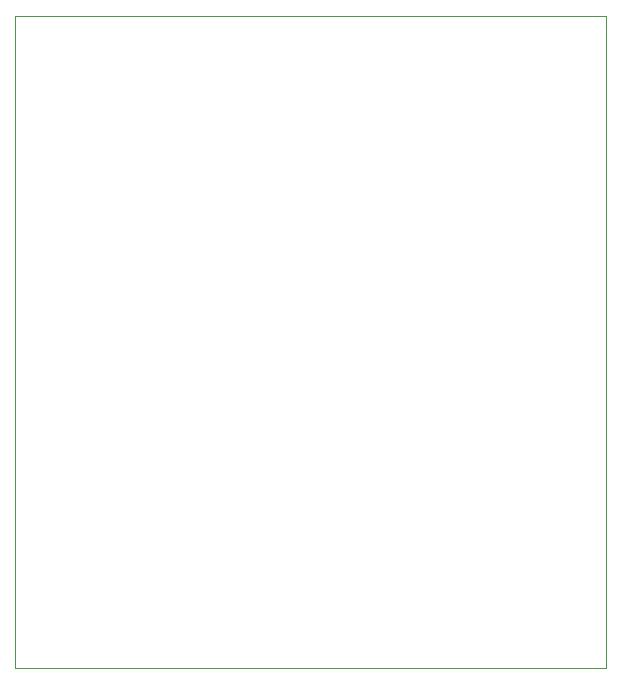
<source format=gbr>
G04 #@! TF.GenerationSoftware,KiCad,Pcbnew,(5.1.5-0-10_14)*
G04 #@! TF.CreationDate,2021-02-06T12:47:56+10:00*
G04 #@! TF.ProjectId,OH - Left Console 5 - Fuel Panel,4f48202d-204c-4656-9674-20436f6e736f,rev?*
G04 #@! TF.SameCoordinates,Original*
G04 #@! TF.FileFunction,Profile,NP*
%FSLAX46Y46*%
G04 Gerber Fmt 4.6, Leading zero omitted, Abs format (unit mm)*
G04 Created by KiCad (PCBNEW (5.1.5-0-10_14)) date 2021-02-06 12:47:56*
%MOMM*%
%LPD*%
G04 APERTURE LIST*
%ADD10C,0.050000*%
G04 APERTURE END LIST*
D10*
X145161000Y-102583000D02*
X145161000Y-47371000D01*
X95161000Y-47371000D02*
X95161000Y-102583000D01*
X95161000Y-102583000D02*
X145161000Y-102583000D01*
X95161000Y-47371000D02*
X145161000Y-47371000D01*
M02*

</source>
